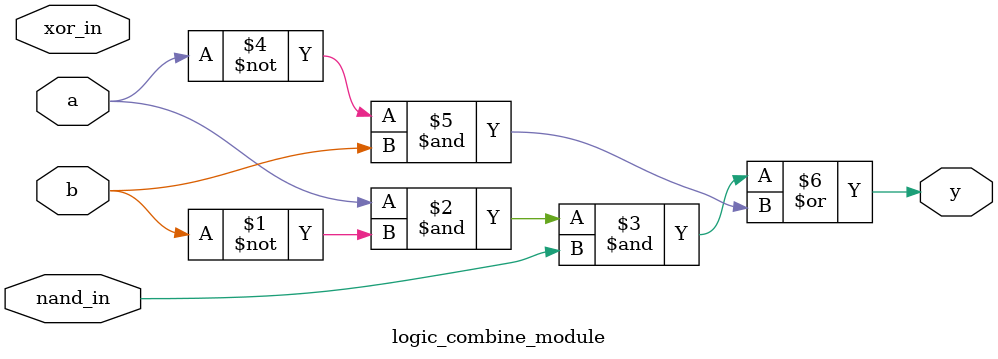
<source format=sv>
module xor_nand_gate (
    input wire A, B, C,   // 输入A, B, C
    output wire Y         // 输出Y
);
    wire xor_result;      // A和B的异或结果
    wire nand_result;     // A和C的与非结果
    wire and1_result;     // 第一个与门结果
    wire and2_result;     // 第二个与门结果

    // 实例化子模块
    xor_module xor_inst (
        .a(A),
        .b(B),
        .y(xor_result)
    );

    nand_module nand_inst (
        .a(A),
        .b(C),
        .y(nand_result)
    );

    logic_combine_module logic_combine_inst (
        .xor_in(xor_result),
        .nand_in(nand_result),
        .a(A),
        .b(B),
        .y(Y)
    );
endmodule

// 子模块1 - 异或操作
module xor_module (
    input wire a,
    input wire b,
    output wire y
);
    // 实现异或功能
    assign y = a ^ b;
endmodule

// 子模块2 - 与非操作
module nand_module (
    input wire a,
    input wire b,
    output wire y
);
    // 实现与非功能
    assign y = ~(a & b);
endmodule

// 子模块3 - 逻辑组合
module logic_combine_module (
    input wire xor_in,
    input wire nand_in,
    input wire a,
    input wire b,
    output wire y
);
    // 最终的组合逻辑
    assign y = (a & ~b & nand_in) | (~a & b);
endmodule
</source>
